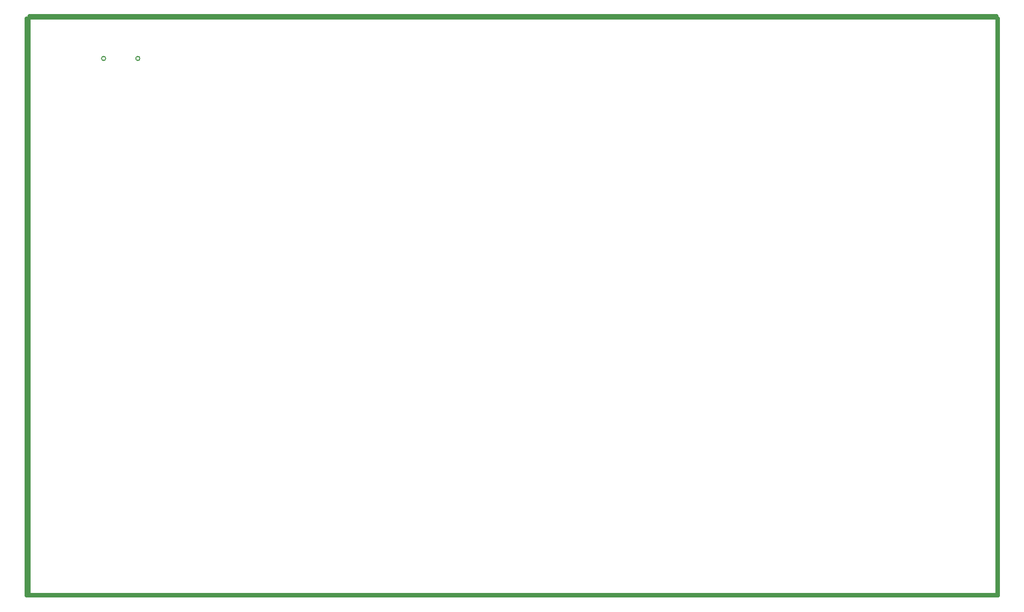
<source format=gko>
G04*
G04 #@! TF.GenerationSoftware,Altium Limited,Altium Designer,18.1.9 (240)*
G04*
G04 Layer_Color=16711935*
%FSLAX24Y24*%
%MOIN*%
G70*
G01*
G75*
%ADD18C,0.0050*%
%ADD21C,0.0200*%
D18*
X7376Y35614D02*
G03*
X7376Y35614I-138J0D01*
G01*
X5100D02*
G03*
X5100Y35614I-138J0D01*
G01*
D21*
X-0Y38450D02*
X64300Y38450D01*
X-0Y38450D02*
X0Y0D01*
X64300D01*
X64300Y38450D02*
X64300Y0D01*
X-200Y38300D02*
X-200Y-100D01*
X-200Y38300D02*
X64400D01*
X64400Y-100D01*
X-200D02*
X64400D01*
M02*

</source>
